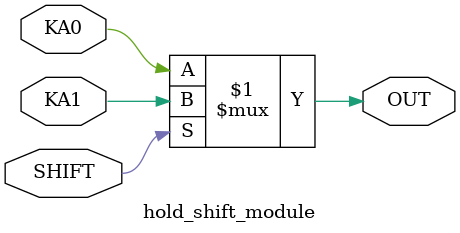
<source format=v>
module hold_shift_module(KA0,KA1,SHIFT,OUT);

	input KA0, KA1, SHIFT;
	output OUT;
	
	assign OUT = SHIFT ? KA1:KA0;

	
endmodule

</source>
